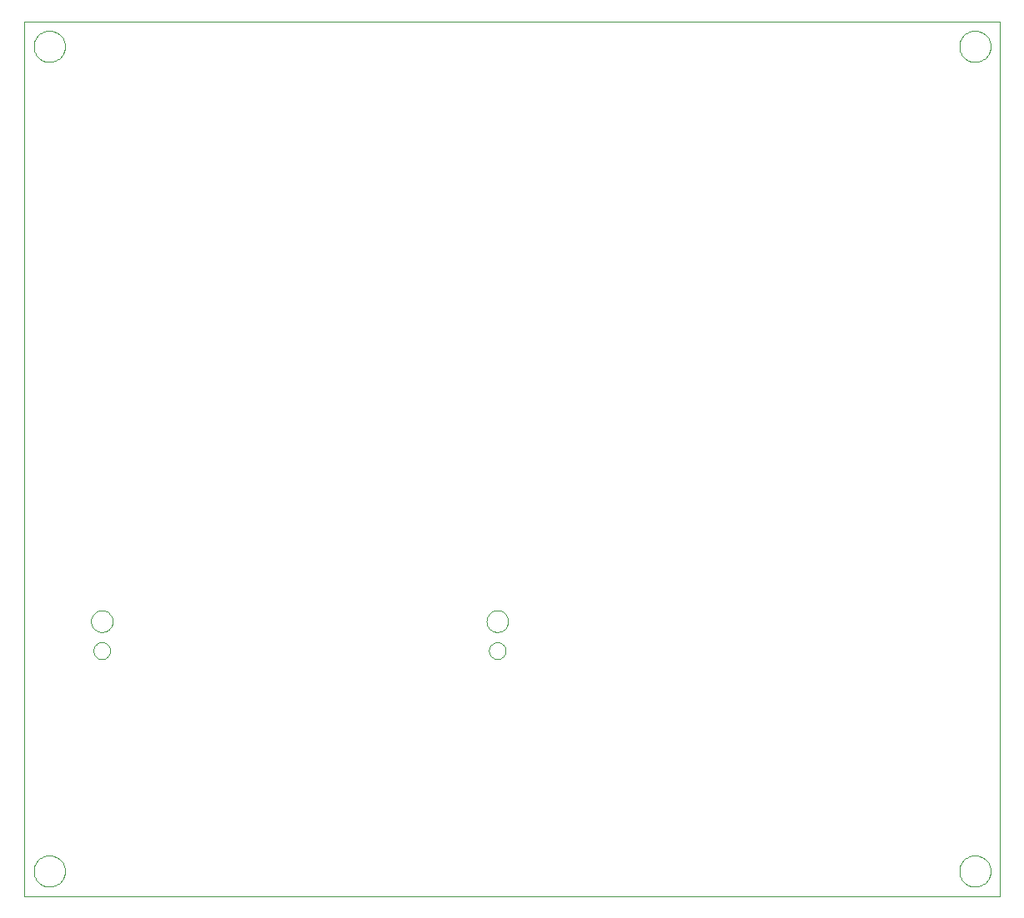
<source format=gko>
G75*
%MOIN*%
%OFA0B0*%
%FSLAX24Y24*%
%IPPOS*%
%LPD*%
%AMOC8*
5,1,8,0,0,1.08239X$1,22.5*
%
%ADD10C,0.0000*%
D10*
X001180Y000680D02*
X001180Y035680D01*
X040180Y035680D01*
X040180Y000680D01*
X001180Y000680D01*
X001555Y001680D02*
X001557Y001730D01*
X001563Y001779D01*
X001573Y001828D01*
X001586Y001875D01*
X001604Y001922D01*
X001625Y001967D01*
X001649Y002010D01*
X001677Y002051D01*
X001708Y002090D01*
X001742Y002126D01*
X001779Y002160D01*
X001819Y002190D01*
X001860Y002217D01*
X001904Y002241D01*
X001949Y002261D01*
X001996Y002277D01*
X002044Y002290D01*
X002093Y002299D01*
X002143Y002304D01*
X002192Y002305D01*
X002242Y002302D01*
X002291Y002295D01*
X002340Y002284D01*
X002387Y002270D01*
X002433Y002251D01*
X002478Y002229D01*
X002521Y002204D01*
X002561Y002175D01*
X002599Y002143D01*
X002635Y002109D01*
X002668Y002071D01*
X002697Y002031D01*
X002723Y001989D01*
X002746Y001945D01*
X002765Y001899D01*
X002781Y001852D01*
X002793Y001803D01*
X002801Y001754D01*
X002805Y001705D01*
X002805Y001655D01*
X002801Y001606D01*
X002793Y001557D01*
X002781Y001508D01*
X002765Y001461D01*
X002746Y001415D01*
X002723Y001371D01*
X002697Y001329D01*
X002668Y001289D01*
X002635Y001251D01*
X002599Y001217D01*
X002561Y001185D01*
X002521Y001156D01*
X002478Y001131D01*
X002433Y001109D01*
X002387Y001090D01*
X002340Y001076D01*
X002291Y001065D01*
X002242Y001058D01*
X002192Y001055D01*
X002143Y001056D01*
X002093Y001061D01*
X002044Y001070D01*
X001996Y001083D01*
X001949Y001099D01*
X001904Y001119D01*
X001860Y001143D01*
X001819Y001170D01*
X001779Y001200D01*
X001742Y001234D01*
X001708Y001270D01*
X001677Y001309D01*
X001649Y001350D01*
X001625Y001393D01*
X001604Y001438D01*
X001586Y001485D01*
X001573Y001532D01*
X001563Y001581D01*
X001557Y001630D01*
X001555Y001680D01*
X003939Y010499D02*
X003941Y010535D01*
X003947Y010571D01*
X003957Y010606D01*
X003970Y010640D01*
X003987Y010672D01*
X004007Y010702D01*
X004031Y010729D01*
X004057Y010754D01*
X004086Y010776D01*
X004117Y010795D01*
X004150Y010810D01*
X004184Y010822D01*
X004220Y010830D01*
X004256Y010834D01*
X004292Y010834D01*
X004328Y010830D01*
X004364Y010822D01*
X004398Y010810D01*
X004431Y010795D01*
X004462Y010776D01*
X004491Y010754D01*
X004517Y010729D01*
X004541Y010702D01*
X004561Y010672D01*
X004578Y010640D01*
X004591Y010606D01*
X004601Y010571D01*
X004607Y010535D01*
X004609Y010499D01*
X004607Y010463D01*
X004601Y010427D01*
X004591Y010392D01*
X004578Y010358D01*
X004561Y010326D01*
X004541Y010296D01*
X004517Y010269D01*
X004491Y010244D01*
X004462Y010222D01*
X004431Y010203D01*
X004398Y010188D01*
X004364Y010176D01*
X004328Y010168D01*
X004292Y010164D01*
X004256Y010164D01*
X004220Y010168D01*
X004184Y010176D01*
X004150Y010188D01*
X004117Y010203D01*
X004086Y010222D01*
X004057Y010244D01*
X004031Y010269D01*
X004007Y010296D01*
X003987Y010326D01*
X003970Y010358D01*
X003957Y010392D01*
X003947Y010427D01*
X003941Y010463D01*
X003939Y010499D01*
X003841Y011680D02*
X003843Y011721D01*
X003849Y011762D01*
X003859Y011802D01*
X003872Y011841D01*
X003889Y011878D01*
X003910Y011914D01*
X003934Y011948D01*
X003961Y011979D01*
X003990Y012007D01*
X004023Y012033D01*
X004057Y012055D01*
X004094Y012074D01*
X004132Y012089D01*
X004172Y012101D01*
X004212Y012109D01*
X004253Y012113D01*
X004295Y012113D01*
X004336Y012109D01*
X004376Y012101D01*
X004416Y012089D01*
X004454Y012074D01*
X004490Y012055D01*
X004525Y012033D01*
X004558Y012007D01*
X004587Y011979D01*
X004614Y011948D01*
X004638Y011914D01*
X004659Y011878D01*
X004676Y011841D01*
X004689Y011802D01*
X004699Y011762D01*
X004705Y011721D01*
X004707Y011680D01*
X004705Y011639D01*
X004699Y011598D01*
X004689Y011558D01*
X004676Y011519D01*
X004659Y011482D01*
X004638Y011446D01*
X004614Y011412D01*
X004587Y011381D01*
X004558Y011353D01*
X004525Y011327D01*
X004491Y011305D01*
X004454Y011286D01*
X004416Y011271D01*
X004376Y011259D01*
X004336Y011251D01*
X004295Y011247D01*
X004253Y011247D01*
X004212Y011251D01*
X004172Y011259D01*
X004132Y011271D01*
X004094Y011286D01*
X004058Y011305D01*
X004023Y011327D01*
X003990Y011353D01*
X003961Y011381D01*
X003934Y011412D01*
X003910Y011446D01*
X003889Y011482D01*
X003872Y011519D01*
X003859Y011558D01*
X003849Y011598D01*
X003843Y011639D01*
X003841Y011680D01*
X019653Y011680D02*
X019655Y011721D01*
X019661Y011762D01*
X019671Y011802D01*
X019684Y011841D01*
X019701Y011878D01*
X019722Y011914D01*
X019746Y011948D01*
X019773Y011979D01*
X019802Y012007D01*
X019835Y012033D01*
X019869Y012055D01*
X019906Y012074D01*
X019944Y012089D01*
X019984Y012101D01*
X020024Y012109D01*
X020065Y012113D01*
X020107Y012113D01*
X020148Y012109D01*
X020188Y012101D01*
X020228Y012089D01*
X020266Y012074D01*
X020302Y012055D01*
X020337Y012033D01*
X020370Y012007D01*
X020399Y011979D01*
X020426Y011948D01*
X020450Y011914D01*
X020471Y011878D01*
X020488Y011841D01*
X020501Y011802D01*
X020511Y011762D01*
X020517Y011721D01*
X020519Y011680D01*
X020517Y011639D01*
X020511Y011598D01*
X020501Y011558D01*
X020488Y011519D01*
X020471Y011482D01*
X020450Y011446D01*
X020426Y011412D01*
X020399Y011381D01*
X020370Y011353D01*
X020337Y011327D01*
X020303Y011305D01*
X020266Y011286D01*
X020228Y011271D01*
X020188Y011259D01*
X020148Y011251D01*
X020107Y011247D01*
X020065Y011247D01*
X020024Y011251D01*
X019984Y011259D01*
X019944Y011271D01*
X019906Y011286D01*
X019870Y011305D01*
X019835Y011327D01*
X019802Y011353D01*
X019773Y011381D01*
X019746Y011412D01*
X019722Y011446D01*
X019701Y011482D01*
X019684Y011519D01*
X019671Y011558D01*
X019661Y011598D01*
X019655Y011639D01*
X019653Y011680D01*
X019751Y010499D02*
X019753Y010535D01*
X019759Y010571D01*
X019769Y010606D01*
X019782Y010640D01*
X019799Y010672D01*
X019819Y010702D01*
X019843Y010729D01*
X019869Y010754D01*
X019898Y010776D01*
X019929Y010795D01*
X019962Y010810D01*
X019996Y010822D01*
X020032Y010830D01*
X020068Y010834D01*
X020104Y010834D01*
X020140Y010830D01*
X020176Y010822D01*
X020210Y010810D01*
X020243Y010795D01*
X020274Y010776D01*
X020303Y010754D01*
X020329Y010729D01*
X020353Y010702D01*
X020373Y010672D01*
X020390Y010640D01*
X020403Y010606D01*
X020413Y010571D01*
X020419Y010535D01*
X020421Y010499D01*
X020419Y010463D01*
X020413Y010427D01*
X020403Y010392D01*
X020390Y010358D01*
X020373Y010326D01*
X020353Y010296D01*
X020329Y010269D01*
X020303Y010244D01*
X020274Y010222D01*
X020243Y010203D01*
X020210Y010188D01*
X020176Y010176D01*
X020140Y010168D01*
X020104Y010164D01*
X020068Y010164D01*
X020032Y010168D01*
X019996Y010176D01*
X019962Y010188D01*
X019929Y010203D01*
X019898Y010222D01*
X019869Y010244D01*
X019843Y010269D01*
X019819Y010296D01*
X019799Y010326D01*
X019782Y010358D01*
X019769Y010392D01*
X019759Y010427D01*
X019753Y010463D01*
X019751Y010499D01*
X038555Y001680D02*
X038557Y001730D01*
X038563Y001779D01*
X038573Y001828D01*
X038586Y001875D01*
X038604Y001922D01*
X038625Y001967D01*
X038649Y002010D01*
X038677Y002051D01*
X038708Y002090D01*
X038742Y002126D01*
X038779Y002160D01*
X038819Y002190D01*
X038860Y002217D01*
X038904Y002241D01*
X038949Y002261D01*
X038996Y002277D01*
X039044Y002290D01*
X039093Y002299D01*
X039143Y002304D01*
X039192Y002305D01*
X039242Y002302D01*
X039291Y002295D01*
X039340Y002284D01*
X039387Y002270D01*
X039433Y002251D01*
X039478Y002229D01*
X039521Y002204D01*
X039561Y002175D01*
X039599Y002143D01*
X039635Y002109D01*
X039668Y002071D01*
X039697Y002031D01*
X039723Y001989D01*
X039746Y001945D01*
X039765Y001899D01*
X039781Y001852D01*
X039793Y001803D01*
X039801Y001754D01*
X039805Y001705D01*
X039805Y001655D01*
X039801Y001606D01*
X039793Y001557D01*
X039781Y001508D01*
X039765Y001461D01*
X039746Y001415D01*
X039723Y001371D01*
X039697Y001329D01*
X039668Y001289D01*
X039635Y001251D01*
X039599Y001217D01*
X039561Y001185D01*
X039521Y001156D01*
X039478Y001131D01*
X039433Y001109D01*
X039387Y001090D01*
X039340Y001076D01*
X039291Y001065D01*
X039242Y001058D01*
X039192Y001055D01*
X039143Y001056D01*
X039093Y001061D01*
X039044Y001070D01*
X038996Y001083D01*
X038949Y001099D01*
X038904Y001119D01*
X038860Y001143D01*
X038819Y001170D01*
X038779Y001200D01*
X038742Y001234D01*
X038708Y001270D01*
X038677Y001309D01*
X038649Y001350D01*
X038625Y001393D01*
X038604Y001438D01*
X038586Y001485D01*
X038573Y001532D01*
X038563Y001581D01*
X038557Y001630D01*
X038555Y001680D01*
X038555Y034680D02*
X038557Y034730D01*
X038563Y034779D01*
X038573Y034828D01*
X038586Y034875D01*
X038604Y034922D01*
X038625Y034967D01*
X038649Y035010D01*
X038677Y035051D01*
X038708Y035090D01*
X038742Y035126D01*
X038779Y035160D01*
X038819Y035190D01*
X038860Y035217D01*
X038904Y035241D01*
X038949Y035261D01*
X038996Y035277D01*
X039044Y035290D01*
X039093Y035299D01*
X039143Y035304D01*
X039192Y035305D01*
X039242Y035302D01*
X039291Y035295D01*
X039340Y035284D01*
X039387Y035270D01*
X039433Y035251D01*
X039478Y035229D01*
X039521Y035204D01*
X039561Y035175D01*
X039599Y035143D01*
X039635Y035109D01*
X039668Y035071D01*
X039697Y035031D01*
X039723Y034989D01*
X039746Y034945D01*
X039765Y034899D01*
X039781Y034852D01*
X039793Y034803D01*
X039801Y034754D01*
X039805Y034705D01*
X039805Y034655D01*
X039801Y034606D01*
X039793Y034557D01*
X039781Y034508D01*
X039765Y034461D01*
X039746Y034415D01*
X039723Y034371D01*
X039697Y034329D01*
X039668Y034289D01*
X039635Y034251D01*
X039599Y034217D01*
X039561Y034185D01*
X039521Y034156D01*
X039478Y034131D01*
X039433Y034109D01*
X039387Y034090D01*
X039340Y034076D01*
X039291Y034065D01*
X039242Y034058D01*
X039192Y034055D01*
X039143Y034056D01*
X039093Y034061D01*
X039044Y034070D01*
X038996Y034083D01*
X038949Y034099D01*
X038904Y034119D01*
X038860Y034143D01*
X038819Y034170D01*
X038779Y034200D01*
X038742Y034234D01*
X038708Y034270D01*
X038677Y034309D01*
X038649Y034350D01*
X038625Y034393D01*
X038604Y034438D01*
X038586Y034485D01*
X038573Y034532D01*
X038563Y034581D01*
X038557Y034630D01*
X038555Y034680D01*
X001555Y034680D02*
X001557Y034730D01*
X001563Y034779D01*
X001573Y034828D01*
X001586Y034875D01*
X001604Y034922D01*
X001625Y034967D01*
X001649Y035010D01*
X001677Y035051D01*
X001708Y035090D01*
X001742Y035126D01*
X001779Y035160D01*
X001819Y035190D01*
X001860Y035217D01*
X001904Y035241D01*
X001949Y035261D01*
X001996Y035277D01*
X002044Y035290D01*
X002093Y035299D01*
X002143Y035304D01*
X002192Y035305D01*
X002242Y035302D01*
X002291Y035295D01*
X002340Y035284D01*
X002387Y035270D01*
X002433Y035251D01*
X002478Y035229D01*
X002521Y035204D01*
X002561Y035175D01*
X002599Y035143D01*
X002635Y035109D01*
X002668Y035071D01*
X002697Y035031D01*
X002723Y034989D01*
X002746Y034945D01*
X002765Y034899D01*
X002781Y034852D01*
X002793Y034803D01*
X002801Y034754D01*
X002805Y034705D01*
X002805Y034655D01*
X002801Y034606D01*
X002793Y034557D01*
X002781Y034508D01*
X002765Y034461D01*
X002746Y034415D01*
X002723Y034371D01*
X002697Y034329D01*
X002668Y034289D01*
X002635Y034251D01*
X002599Y034217D01*
X002561Y034185D01*
X002521Y034156D01*
X002478Y034131D01*
X002433Y034109D01*
X002387Y034090D01*
X002340Y034076D01*
X002291Y034065D01*
X002242Y034058D01*
X002192Y034055D01*
X002143Y034056D01*
X002093Y034061D01*
X002044Y034070D01*
X001996Y034083D01*
X001949Y034099D01*
X001904Y034119D01*
X001860Y034143D01*
X001819Y034170D01*
X001779Y034200D01*
X001742Y034234D01*
X001708Y034270D01*
X001677Y034309D01*
X001649Y034350D01*
X001625Y034393D01*
X001604Y034438D01*
X001586Y034485D01*
X001573Y034532D01*
X001563Y034581D01*
X001557Y034630D01*
X001555Y034680D01*
M02*

</source>
